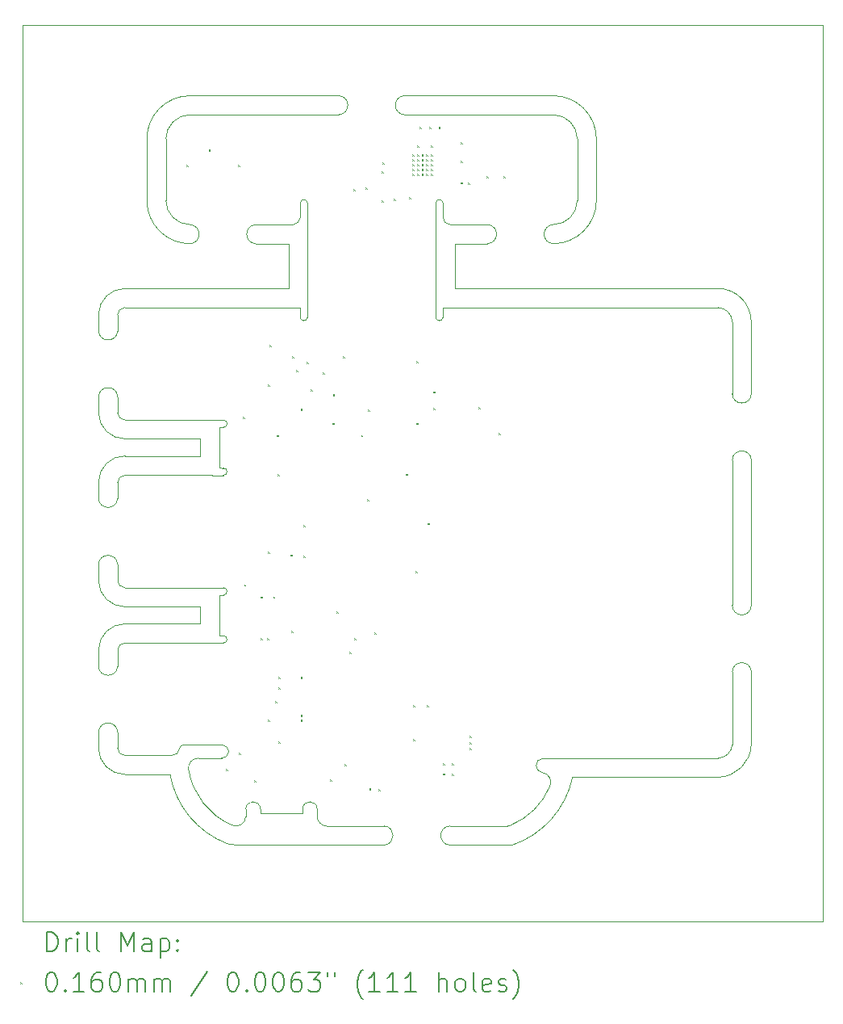
<source format=gbr>
%TF.GenerationSoftware,KiCad,Pcbnew,8.0.2*%
%TF.CreationDate,2024-09-08T21:35:49-05:00*%
%TF.ProjectId,PM1C_Rev_1_2,504d3143-5f52-4657-965f-315f322e6b69,1*%
%TF.SameCoordinates,PX297003ePY8770cd2*%
%TF.FileFunction,Drillmap*%
%TF.FilePolarity,Positive*%
%FSLAX45Y45*%
G04 Gerber Fmt 4.5, Leading zero omitted, Abs format (unit mm)*
G04 Created by KiCad (PCBNEW 8.0.2) date 2024-09-08 21:35:49*
%MOMM*%
%LPD*%
G01*
G04 APERTURE LIST*
%ADD10C,0.050000*%
%ADD11C,0.200000*%
%ADD12C,0.100000*%
G04 APERTURE END LIST*
D10*
X4009706Y8456956D02*
G75*
G02*
X4010127Y8656730I6571J99873D01*
G01*
X1696916Y1851797D02*
X2092457Y1851479D01*
X7451299Y1855148D02*
X7451299Y2619468D01*
X4415422Y6335486D02*
G75*
G02*
X4339222Y6335486I-38100J0D01*
G01*
X1307262Y8204388D02*
X1307358Y7554619D01*
X-43Y9399979D02*
X8399957Y9399979D01*
X8399957Y-21D01*
X-43Y-21D01*
X-43Y9399979D01*
X2916820Y7529854D02*
G75*
G02*
X2993020Y7529854I38100J0D01*
G01*
X999858Y6189978D02*
G75*
G02*
X799599Y6191485I-100091J5911D01*
G01*
X799986Y3738974D02*
G75*
G02*
X1000074Y3742414I100096J-1285D01*
G01*
X2245477Y800264D02*
G75*
G02*
X2155679Y812856I-3740J299815D01*
G01*
X2204555Y1007820D02*
G75*
G02*
X1744683Y1593732I293102J703480D01*
G01*
X2793187Y6636154D02*
X2793283Y7104836D01*
X7651176Y3318797D02*
G75*
G02*
X7451262Y3320089I-99999J-5867D01*
G01*
X799986Y2850461D02*
G75*
G02*
X1078675Y3119543I276211J-7212D01*
G01*
X5824962Y7558971D02*
X5825124Y8202955D01*
X1865390Y5059220D02*
X1865390Y4880216D01*
X4339222Y7529854D02*
G75*
G02*
X4415422Y7529854I38100J0D01*
G01*
X2109728Y3498509D02*
G75*
G02*
X2109728Y3422070I769J-38219D01*
G01*
X5142444Y800461D02*
X4492170Y800461D01*
X1507118Y8202955D02*
X1507214Y7558843D01*
X2345320Y1101480D02*
G75*
G02*
X2204554Y1007817I-101563J29D01*
G01*
X5573408Y8656730D02*
G75*
G02*
X6024981Y8204417I-2171J-453741D01*
G01*
X5573408Y8656730D02*
X4010127Y8656730D01*
X7451169Y6283086D02*
X7451169Y5531874D01*
X2942220Y1177680D02*
G75*
G02*
X3094620Y1177680I76200J0D01*
G01*
X1000074Y2842906D02*
X1000074Y2675173D01*
X1865347Y3298542D02*
X1865347Y3119538D01*
X2155679Y812855D02*
G75*
G02*
X1550548Y1540413I337998J896554D01*
G01*
X1000074Y4601096D02*
G75*
G02*
X1076274Y4677292I76203J-7D01*
G01*
X4539055Y6636182D02*
X7300975Y6636182D01*
X1758834Y8656702D02*
X3322115Y8656702D01*
X2993020Y6335486D02*
G75*
G02*
X2916820Y6335486I-38100J0D01*
G01*
X799986Y3567126D02*
X799986Y3738974D01*
X2449227Y7304870D02*
X2840716Y7304842D01*
X4009706Y8456956D02*
X5571123Y8456956D01*
X2109730Y2995409D02*
X2065730Y2995500D01*
X6024818Y7554775D02*
G75*
G02*
X5572415Y7104991I-454011J4244D01*
G01*
X1076500Y5256500D02*
X1989589Y5256428D01*
X2168877Y1780399D02*
G75*
G02*
X2089957Y1709974I-76130J5881D01*
G01*
X2065728Y3421969D02*
X2065691Y2995485D01*
X2916916Y7381042D02*
G75*
G02*
X2840716Y7304840I-76209J8D01*
G01*
X7298769Y6435486D02*
G75*
G02*
X7451174Y6283086I8J-152397D01*
G01*
X2109959Y4676971D02*
X1989591Y4677062D01*
X3798164Y800264D02*
X2245477Y800264D01*
X2916820Y6335486D02*
X2916820Y6435486D01*
X1761215Y7304842D02*
G75*
G02*
X1507219Y7558843I2J253998D01*
G01*
X1000074Y1816491D02*
X1000074Y1981804D01*
X2109730Y2995409D02*
G75*
G02*
X2109730Y2918970I777J-38220D01*
G01*
X1076271Y3498489D02*
X1989360Y3498417D01*
X1865347Y3119538D02*
X1078675Y3119538D01*
X3196221Y999984D02*
G75*
G02*
X3094622Y1101584I16J101615D01*
G01*
X799599Y6363333D02*
G75*
G02*
X1078885Y6636149I278658J-5904D01*
G01*
X7651176Y3318797D02*
X7651176Y4835700D01*
X1865390Y5059220D02*
X1078717Y5059220D01*
X4339222Y6335486D02*
X4339222Y7529854D01*
X1865390Y4880216D02*
X1078717Y4880216D01*
X2942220Y1135984D02*
X2942220Y1177680D01*
X5463321Y1710827D02*
X5469523Y1711080D01*
X5469523Y1711081D02*
X7298769Y1711081D01*
X7451266Y3320089D02*
X7451266Y4836992D01*
X1076500Y5256500D02*
G75*
G02*
X999998Y5333000I-53J76449D01*
G01*
X1000074Y2842906D02*
G75*
G02*
X1076274Y2919102I76203J-7D01*
G01*
X4490412Y1000098D02*
X5088774Y1000098D01*
X1000500Y5496500D02*
X1000000Y5333000D01*
X2793283Y7104836D02*
X2448806Y7105096D01*
X3094620Y1177680D02*
X3094620Y1101584D01*
X1989490Y2919285D02*
X1076045Y2919285D01*
X5119940Y1005167D02*
G75*
G02*
X5088774Y999983I-28313J73943D01*
G01*
X4539055Y6636182D02*
X4538893Y7104993D01*
X4882949Y7304941D02*
G75*
G02*
X4883370Y7105164I-6152J-99902D01*
G01*
X7302216Y1511511D02*
X5775190Y1511511D01*
X4415422Y7529854D02*
X4415260Y7381170D01*
X1647256Y1807619D02*
G75*
G02*
X1696916Y1851799I49651J-5809D01*
G01*
X7451299Y2619468D02*
G75*
G02*
X7650611Y2619818I99668J-6669D01*
G01*
X1076274Y3498481D02*
G75*
G02*
X1000079Y3574681I-7J76188D01*
G01*
X2109728Y3498509D02*
X1989360Y3498417D01*
X2345320Y1177680D02*
G75*
G02*
X2497720Y1177680I76200J0D01*
G01*
X2109957Y5180071D02*
X2065957Y5179979D01*
X3196221Y999984D02*
X3799351Y999984D01*
X4538893Y7104993D02*
X4883370Y7105167D01*
X999858Y6189978D02*
X999858Y6358266D01*
X800029Y5499652D02*
G75*
G02*
X1000494Y5496500I100188J-4402D01*
G01*
X1000074Y3574681D02*
X1000074Y3742414D01*
X1865347Y3298542D02*
X1078675Y3298542D01*
X7451299Y1855148D02*
G75*
G02*
X7298769Y1711078I-152542J8722D01*
G01*
X2793187Y6636154D02*
X1078885Y6636154D01*
X999858Y6358266D02*
G75*
G02*
X1076274Y6435483I76419J793D01*
G01*
X3799351Y999984D02*
G75*
G02*
X3798164Y800264I-8234J-99815D01*
G01*
X2916820Y6435486D02*
X1076274Y6435486D01*
X2448806Y7105096D02*
G75*
G02*
X2449227Y7304870I6571J99874D01*
G01*
X1761215Y7304842D02*
G75*
G02*
X1759761Y7104838I-6158J-99962D01*
G01*
X7451266Y4836992D02*
G75*
G02*
X7651178Y4835700I99931J-4533D01*
G01*
X799982Y1982425D02*
G75*
G02*
X1000071Y1981804I100035J-3266D01*
G01*
X4415422Y6435486D02*
X4415422Y6335486D01*
X799986Y2850461D02*
X799986Y2678613D01*
X5458944Y1559418D02*
G75*
G02*
X5538730Y1419991I-14097J-100609D01*
G01*
X2993020Y7529854D02*
X2993020Y6335486D01*
X2065957Y5179979D02*
X2065920Y4753496D01*
X4491460Y7304970D02*
X4882949Y7304941D01*
X2109959Y4753420D02*
G75*
G02*
X2109959Y4676979I778J-38220D01*
G01*
X7298769Y6435486D02*
X4415422Y6435486D01*
X2092457Y1851479D02*
G75*
G02*
X2168881Y1780399I-330J-76980D01*
G01*
X5571123Y8456956D02*
G75*
G02*
X5825124Y8202955I-16J-254017D01*
G01*
X2109730Y2918960D02*
X1989362Y2919052D01*
X1000116Y4435851D02*
G75*
G02*
X800028Y4439291I-99993J4735D01*
G01*
X2109957Y5256519D02*
G75*
G02*
X2109957Y5180079I770J-38220D01*
G01*
X800029Y4611139D02*
X800029Y4439291D01*
X5538732Y1419991D02*
G75*
G02*
X5119939Y1005169I-702525J290439D01*
G01*
X1078675Y3298542D02*
G75*
G02*
X799987Y3567126I-2988J275777D01*
G01*
X800029Y4611139D02*
G75*
G02*
X1078717Y4880221I276208J-7210D01*
G01*
X1507118Y8202955D02*
G75*
G02*
X1761119Y8456958I253989J14D01*
G01*
X2497720Y1177680D02*
X2497720Y1135984D01*
X2497720Y1135984D02*
X2942220Y1135984D01*
X2109957Y5256519D02*
X1989589Y5256428D01*
X2109728Y3422060D02*
X2065728Y3421969D01*
X1075846Y1540413D02*
G75*
G02*
X799981Y1817113I411J276276D01*
G01*
X7650683Y6285306D02*
X7651290Y5534094D01*
X2916916Y7381042D02*
X2916820Y7529854D01*
X1744682Y1593732D02*
G75*
G02*
X1844957Y1709972I99535J15507D01*
G01*
X1076274Y1740291D02*
G75*
G02*
X1000079Y1816491I-7J76188D01*
G01*
X800029Y5327804D02*
X800029Y5499652D01*
X1759761Y7104836D02*
G75*
G02*
X1307361Y7554619I1596J454013D01*
G01*
X5824962Y7558971D02*
G75*
G02*
X5570961Y7304974I-253985J-12D01*
G01*
X4492170Y800461D02*
G75*
G02*
X4490412Y1000098I227J99828D01*
G01*
X799982Y1817113D02*
X799982Y1982425D01*
X3322536Y8456927D02*
X1761119Y8456927D01*
X799599Y6363333D02*
X799599Y6191485D01*
X5572415Y7104993D02*
G75*
G02*
X5570961Y7304966I4702J100026D01*
G01*
X1307262Y8204388D02*
G75*
G02*
X1758834Y8656702I453750J-1433D01*
G01*
X1078717Y5059220D02*
G75*
G02*
X800025Y5327804I-3000J275769D01*
G01*
X4491460Y7304970D02*
G75*
G02*
X4415258Y7381170I-3J76199D01*
G01*
X2089957Y1709979D02*
X1844957Y1709979D01*
X7300975Y6636182D02*
G75*
G02*
X7650679Y6285306I-3408J-353103D01*
G01*
X1076274Y1740291D02*
X1571574Y1740291D01*
X1000074Y4601096D02*
X1000116Y4435851D01*
X6024980Y8204417D02*
X6024818Y7554775D01*
X1000074Y2675173D02*
G75*
G02*
X799987Y2678613I-99992J4726D01*
G01*
X3322115Y8656702D02*
G75*
G02*
X3322536Y8456924I-6158J-99902D01*
G01*
X1550549Y1540413D02*
X1075846Y1540413D01*
X7650603Y1855498D02*
X7650603Y2619818D01*
X2345320Y1101480D02*
X2345320Y1177680D01*
X1647256Y1807619D02*
G75*
G02*
X1571574Y1740293I-75679J8871D01*
G01*
X5775190Y1511511D02*
G75*
G02*
X5142444Y800461I-940919J200243D01*
G01*
X5458944Y1559418D02*
G75*
G02*
X5463321Y1710825I10564J75461D01*
G01*
X7650667Y1855496D02*
G75*
G02*
X7302216Y1511516I-351900J7993D01*
G01*
X2109959Y4753420D02*
X2065959Y4753511D01*
X7651290Y5534094D02*
G75*
G02*
X7451165Y5531874I-100074J-125D01*
G01*
X1989719Y4677296D02*
X1076274Y4677296D01*
D11*
D12*
X1719694Y7932027D02*
X1735694Y7916027D01*
X1735694Y7932027D02*
X1719694Y7916027D01*
X1954960Y8094470D02*
X1970960Y8078470D01*
X1970960Y8094470D02*
X1954960Y8078470D01*
X2139720Y1598035D02*
X2155720Y1582035D01*
X2155720Y1598035D02*
X2139720Y1582035D01*
X2261960Y7934470D02*
X2277960Y7918470D01*
X2277960Y7934470D02*
X2261960Y7918470D01*
X2274720Y1771635D02*
X2290720Y1755635D01*
X2290720Y1771635D02*
X2274720Y1755635D01*
X2317957Y5293479D02*
X2333957Y5277479D01*
X2333957Y5293479D02*
X2317957Y5277479D01*
X2326957Y3533979D02*
X2342957Y3517979D01*
X2342957Y3533979D02*
X2326957Y3517979D01*
X2429720Y1478035D02*
X2445720Y1462035D01*
X2445720Y1478035D02*
X2429720Y1462035D01*
X2502220Y3407035D02*
X2518220Y3391035D01*
X2518220Y3407035D02*
X2502220Y3391035D01*
X2502220Y2967035D02*
X2518220Y2951035D01*
X2518220Y2967035D02*
X2502220Y2951035D01*
X2567221Y2967035D02*
X2583221Y2951035D01*
X2583221Y2967035D02*
X2567221Y2951035D01*
X2574720Y5632035D02*
X2590720Y5616035D01*
X2590720Y5632035D02*
X2574720Y5616035D01*
X2574720Y3874335D02*
X2590720Y3858335D01*
X2590720Y3874335D02*
X2574720Y3858335D01*
X2574720Y2114135D02*
X2590720Y2098135D01*
X2590720Y2114135D02*
X2574720Y2098135D01*
X2592720Y6044535D02*
X2608720Y6028535D01*
X2608720Y6044535D02*
X2592720Y6028535D01*
X2632220Y3407035D02*
X2648220Y3391035D01*
X2648220Y3407035D02*
X2632220Y3391035D01*
X2650000Y2308500D02*
X2666000Y2292500D01*
X2666000Y2308500D02*
X2650000Y2292500D01*
X2673151Y5100535D02*
X2689151Y5084535D01*
X2689151Y5100535D02*
X2673151Y5084535D01*
X2679720Y4692035D02*
X2695720Y4676035D01*
X2695720Y4692035D02*
X2679720Y4676035D01*
X2683957Y2565979D02*
X2699957Y2549979D01*
X2699957Y2565979D02*
X2683957Y2549979D01*
X2683957Y2454979D02*
X2699957Y2438979D01*
X2699957Y2454979D02*
X2683957Y2438979D01*
X2689957Y1883979D02*
X2705957Y1867979D01*
X2705957Y1883979D02*
X2689957Y1867979D01*
X2817220Y3847035D02*
X2833220Y3831035D01*
X2833220Y3847035D02*
X2817220Y3831035D01*
X2819720Y3047035D02*
X2835720Y3031035D01*
X2835720Y3047035D02*
X2819720Y3031035D01*
X2834720Y5922035D02*
X2850720Y5906035D01*
X2850720Y5922035D02*
X2834720Y5906035D01*
X2874720Y5779535D02*
X2890720Y5763535D01*
X2890720Y5779535D02*
X2874720Y5763535D01*
X2919720Y5372035D02*
X2935720Y5356035D01*
X2935720Y5372035D02*
X2919720Y5356035D01*
X2919720Y2564535D02*
X2935720Y2548535D01*
X2935720Y2564535D02*
X2919720Y2548535D01*
X2919720Y2164535D02*
X2935720Y2148535D01*
X2935720Y2164535D02*
X2919720Y2148535D01*
X2919720Y2114535D02*
X2935720Y2098535D01*
X2935720Y2114535D02*
X2919720Y2098535D01*
X2947220Y4157035D02*
X2963220Y4141035D01*
X2963220Y4157035D02*
X2947220Y4141035D01*
X2947220Y3837035D02*
X2963220Y3821035D01*
X2963220Y3837035D02*
X2947220Y3821035D01*
X2984720Y5864535D02*
X3000720Y5848535D01*
X3000720Y5864535D02*
X2984720Y5848535D01*
X3023816Y5579535D02*
X3039816Y5563535D01*
X3039816Y5579535D02*
X3023816Y5563535D01*
X3154720Y5759535D02*
X3170720Y5743535D01*
X3170720Y5759535D02*
X3154720Y5743535D01*
X3229720Y1488984D02*
X3245720Y1472984D01*
X3245720Y1488984D02*
X3229720Y1472984D01*
X3253151Y5227535D02*
X3269151Y5211535D01*
X3269151Y5227535D02*
X3253151Y5211535D01*
X3258816Y5527035D02*
X3274816Y5511035D01*
X3274816Y5527035D02*
X3258816Y5511035D01*
X3297212Y3247043D02*
X3313212Y3231043D01*
X3313212Y3247043D02*
X3297212Y3231043D01*
X3362220Y5927035D02*
X3378220Y5911035D01*
X3378220Y5927035D02*
X3362220Y5911035D01*
X3384720Y1649535D02*
X3400720Y1633535D01*
X3400720Y1649535D02*
X3384720Y1633535D01*
X3434720Y2829535D02*
X3450720Y2813535D01*
X3450720Y2829535D02*
X3434720Y2813535D01*
X3474720Y7677035D02*
X3490720Y7661035D01*
X3490720Y7677035D02*
X3474720Y7661035D01*
X3484720Y2969535D02*
X3500720Y2953535D01*
X3500720Y2969535D02*
X3484720Y2953535D01*
X3554720Y5100035D02*
X3570720Y5084035D01*
X3570720Y5100035D02*
X3554720Y5084035D01*
X3599720Y7692035D02*
X3615720Y7676035D01*
X3615720Y7692035D02*
X3599720Y7676035D01*
X3617212Y4427043D02*
X3633212Y4411043D01*
X3633212Y4427043D02*
X3617212Y4411043D01*
X3623789Y5364536D02*
X3639789Y5348536D01*
X3639789Y5364536D02*
X3623789Y5348536D01*
X3639720Y1398035D02*
X3655720Y1382035D01*
X3655720Y1398035D02*
X3639720Y1382035D01*
X3697220Y3029535D02*
X3713220Y3013535D01*
X3713220Y3029535D02*
X3697220Y3013535D01*
X3734720Y1388035D02*
X3750720Y1372035D01*
X3750720Y1388035D02*
X3734720Y1372035D01*
X3767642Y7861728D02*
X3783642Y7845728D01*
X3783642Y7861728D02*
X3767642Y7845728D01*
X3769720Y7562035D02*
X3785720Y7546035D01*
X3785720Y7562035D02*
X3769720Y7546035D01*
X3782699Y7959545D02*
X3798699Y7943545D01*
X3798699Y7959545D02*
X3782699Y7943545D01*
X3894720Y7577035D02*
X3910720Y7561035D01*
X3910720Y7577035D02*
X3894720Y7561035D01*
X4023789Y4694035D02*
X4039789Y4678035D01*
X4039789Y4694035D02*
X4023789Y4678035D01*
X4056500Y7592000D02*
X4072500Y7576000D01*
X4072500Y7592000D02*
X4056500Y7576000D01*
X4089720Y8042048D02*
X4105720Y8026048D01*
X4105720Y8042048D02*
X4089720Y8026048D01*
X4089720Y7992047D02*
X4105720Y7976047D01*
X4105720Y7992047D02*
X4089720Y7976047D01*
X4089720Y7942048D02*
X4105720Y7926048D01*
X4105720Y7942048D02*
X4089720Y7926048D01*
X4089720Y7892047D02*
X4105720Y7876047D01*
X4105720Y7892047D02*
X4089720Y7876047D01*
X4089720Y7842048D02*
X4105720Y7826048D01*
X4105720Y7842048D02*
X4089720Y7826048D01*
X4099720Y2264535D02*
X4115720Y2248535D01*
X4115720Y2264535D02*
X4099720Y2248535D01*
X4099720Y1914535D02*
X4115720Y1898535D01*
X4115720Y1914535D02*
X4099720Y1898535D01*
X4127221Y3677035D02*
X4143221Y3661035D01*
X4143221Y3677035D02*
X4127221Y3661035D01*
X4134720Y5872535D02*
X4150720Y5856535D01*
X4150720Y5872535D02*
X4134720Y5856535D01*
X4134720Y5227035D02*
X4150720Y5211035D01*
X4150720Y5227035D02*
X4134720Y5211035D01*
X4139720Y8138548D02*
X4155720Y8122548D01*
X4155720Y8138548D02*
X4139720Y8122548D01*
X4139720Y8042048D02*
X4155720Y8026048D01*
X4155720Y8042048D02*
X4139720Y8026048D01*
X4139720Y7992047D02*
X4155720Y7976047D01*
X4155720Y7992047D02*
X4139720Y7976047D01*
X4139720Y7942048D02*
X4155720Y7926048D01*
X4155720Y7942048D02*
X4139720Y7926048D01*
X4139720Y7892047D02*
X4155720Y7876047D01*
X4155720Y7892047D02*
X4139720Y7876047D01*
X4139720Y7842048D02*
X4155720Y7826048D01*
X4155720Y7842048D02*
X4139720Y7826048D01*
X4169720Y8332035D02*
X4185720Y8316035D01*
X4185720Y8332035D02*
X4169720Y8316035D01*
X4189720Y8042048D02*
X4205720Y8026048D01*
X4205720Y8042048D02*
X4189720Y8026048D01*
X4189720Y7992047D02*
X4205720Y7976047D01*
X4205720Y7992047D02*
X4189720Y7976047D01*
X4189720Y7942048D02*
X4205720Y7926048D01*
X4205720Y7942048D02*
X4189720Y7926048D01*
X4189720Y7892047D02*
X4205720Y7876047D01*
X4205720Y7892047D02*
X4189720Y7876047D01*
X4189720Y7842048D02*
X4205720Y7826048D01*
X4205720Y7842048D02*
X4189720Y7826048D01*
X4239720Y8042048D02*
X4255720Y8026048D01*
X4255720Y8042048D02*
X4239720Y8026048D01*
X4239720Y7992047D02*
X4255720Y7976047D01*
X4255720Y7992047D02*
X4239720Y7976047D01*
X4239720Y7942048D02*
X4255720Y7926048D01*
X4255720Y7942048D02*
X4239720Y7926048D01*
X4239720Y7892047D02*
X4255720Y7876047D01*
X4255720Y7892047D02*
X4239720Y7876047D01*
X4239720Y7842048D02*
X4255720Y7826048D01*
X4255720Y7842048D02*
X4239720Y7826048D01*
X4244720Y2264535D02*
X4260720Y2248535D01*
X4260720Y2264535D02*
X4244720Y2248535D01*
X4257221Y4177035D02*
X4273221Y4161035D01*
X4273221Y4177035D02*
X4257221Y4161035D01*
X4269720Y8332035D02*
X4285720Y8316035D01*
X4285720Y8332035D02*
X4269720Y8316035D01*
X4289720Y8138548D02*
X4305720Y8122548D01*
X4305720Y8138548D02*
X4289720Y8122548D01*
X4289720Y8042048D02*
X4305720Y8026048D01*
X4305720Y8042048D02*
X4289720Y8026048D01*
X4289720Y7992047D02*
X4305720Y7976047D01*
X4305720Y7992047D02*
X4289720Y7976047D01*
X4289720Y7942048D02*
X4305720Y7926048D01*
X4305720Y7942048D02*
X4289720Y7926048D01*
X4289720Y7892047D02*
X4305720Y7876047D01*
X4305720Y7892047D02*
X4289720Y7876047D01*
X4289720Y7842048D02*
X4305720Y7826048D01*
X4305720Y7842048D02*
X4289720Y7826048D01*
X4309720Y5557035D02*
X4325720Y5541035D01*
X4325720Y5557035D02*
X4309720Y5541035D01*
X4309720Y5387035D02*
X4325720Y5371035D01*
X4325720Y5387035D02*
X4309720Y5371035D01*
X4368018Y8332035D02*
X4384018Y8316035D01*
X4384018Y8332035D02*
X4368018Y8316035D01*
X4416219Y1658034D02*
X4432219Y1642034D01*
X4432219Y1658034D02*
X4416219Y1642034D01*
X4416230Y1553035D02*
X4432230Y1537035D01*
X4432230Y1553035D02*
X4416230Y1537035D01*
X4510997Y1657927D02*
X4526997Y1641927D01*
X4526997Y1657927D02*
X4510997Y1641927D01*
X4510997Y1550427D02*
X4526997Y1534427D01*
X4526997Y1550427D02*
X4510997Y1534427D01*
X4597220Y8172035D02*
X4613220Y8156035D01*
X4613220Y8172035D02*
X4597220Y8156035D01*
X4597220Y7750535D02*
X4613220Y7734535D01*
X4613220Y7750535D02*
X4597220Y7734535D01*
X4597500Y7977000D02*
X4613500Y7961000D01*
X4613500Y7977000D02*
X4597500Y7961000D01*
X4679720Y7747000D02*
X4695720Y7731000D01*
X4695720Y7747000D02*
X4679720Y7731000D01*
X4697220Y1948035D02*
X4713220Y1932035D01*
X4713220Y1948035D02*
X4697220Y1932035D01*
X4697220Y1881995D02*
X4713220Y1865995D01*
X4713220Y1881995D02*
X4697220Y1865995D01*
X4697220Y1818035D02*
X4713220Y1802035D01*
X4713220Y1818035D02*
X4697220Y1802035D01*
X4789720Y5392035D02*
X4805720Y5376035D01*
X4805720Y5392035D02*
X4789720Y5376035D01*
X4869720Y7814742D02*
X4885720Y7798742D01*
X4885720Y7814742D02*
X4869720Y7798742D01*
X5002220Y5119535D02*
X5018220Y5103535D01*
X5018220Y5119535D02*
X5002220Y5103535D01*
X5052220Y7814742D02*
X5068220Y7798742D01*
X5068220Y7814742D02*
X5052220Y7798742D01*
D11*
X258234Y-314004D02*
X258234Y-114004D01*
X258234Y-114004D02*
X305853Y-114004D01*
X305853Y-114004D02*
X334424Y-123528D01*
X334424Y-123528D02*
X353472Y-142576D01*
X353472Y-142576D02*
X362996Y-161623D01*
X362996Y-161623D02*
X372519Y-199719D01*
X372519Y-199719D02*
X372519Y-228290D01*
X372519Y-228290D02*
X362996Y-266385D01*
X362996Y-266385D02*
X353472Y-285433D01*
X353472Y-285433D02*
X334424Y-304481D01*
X334424Y-304481D02*
X305853Y-314004D01*
X305853Y-314004D02*
X258234Y-314004D01*
X458234Y-314004D02*
X458234Y-180671D01*
X458234Y-218766D02*
X467758Y-199719D01*
X467758Y-199719D02*
X477281Y-190195D01*
X477281Y-190195D02*
X496329Y-180671D01*
X496329Y-180671D02*
X515377Y-180671D01*
X582043Y-314004D02*
X582043Y-180671D01*
X582043Y-114004D02*
X572520Y-123528D01*
X572520Y-123528D02*
X582043Y-133052D01*
X582043Y-133052D02*
X591567Y-123528D01*
X591567Y-123528D02*
X582043Y-114004D01*
X582043Y-114004D02*
X582043Y-133052D01*
X705853Y-314004D02*
X686805Y-304481D01*
X686805Y-304481D02*
X677281Y-285433D01*
X677281Y-285433D02*
X677281Y-114004D01*
X810615Y-314004D02*
X791567Y-304481D01*
X791567Y-304481D02*
X782043Y-285433D01*
X782043Y-285433D02*
X782043Y-114004D01*
X1039186Y-314004D02*
X1039186Y-114004D01*
X1039186Y-114004D02*
X1105853Y-256861D01*
X1105853Y-256861D02*
X1172520Y-114004D01*
X1172520Y-114004D02*
X1172520Y-314004D01*
X1353472Y-314004D02*
X1353472Y-209242D01*
X1353472Y-209242D02*
X1343948Y-190195D01*
X1343948Y-190195D02*
X1324901Y-180671D01*
X1324901Y-180671D02*
X1286805Y-180671D01*
X1286805Y-180671D02*
X1267758Y-190195D01*
X1353472Y-304481D02*
X1334424Y-314004D01*
X1334424Y-314004D02*
X1286805Y-314004D01*
X1286805Y-314004D02*
X1267758Y-304481D01*
X1267758Y-304481D02*
X1258234Y-285433D01*
X1258234Y-285433D02*
X1258234Y-266385D01*
X1258234Y-266385D02*
X1267758Y-247338D01*
X1267758Y-247338D02*
X1286805Y-237814D01*
X1286805Y-237814D02*
X1334424Y-237814D01*
X1334424Y-237814D02*
X1353472Y-228290D01*
X1448710Y-180671D02*
X1448710Y-380671D01*
X1448710Y-190195D02*
X1467758Y-180671D01*
X1467758Y-180671D02*
X1505853Y-180671D01*
X1505853Y-180671D02*
X1524900Y-190195D01*
X1524900Y-190195D02*
X1534424Y-199719D01*
X1534424Y-199719D02*
X1543948Y-218766D01*
X1543948Y-218766D02*
X1543948Y-275909D01*
X1543948Y-275909D02*
X1534424Y-294957D01*
X1534424Y-294957D02*
X1524900Y-304481D01*
X1524900Y-304481D02*
X1505853Y-314004D01*
X1505853Y-314004D02*
X1467758Y-314004D01*
X1467758Y-314004D02*
X1448710Y-304481D01*
X1629662Y-294957D02*
X1639186Y-304481D01*
X1639186Y-304481D02*
X1629662Y-314004D01*
X1629662Y-314004D02*
X1620139Y-304481D01*
X1620139Y-304481D02*
X1629662Y-294957D01*
X1629662Y-294957D02*
X1629662Y-314004D01*
X1629662Y-190195D02*
X1639186Y-199719D01*
X1639186Y-199719D02*
X1629662Y-209242D01*
X1629662Y-209242D02*
X1620139Y-199719D01*
X1620139Y-199719D02*
X1629662Y-190195D01*
X1629662Y-190195D02*
X1629662Y-209242D01*
D12*
X-18543Y-634521D02*
X-2543Y-650521D01*
X-2543Y-634521D02*
X-18543Y-650521D01*
D11*
X296329Y-534004D02*
X315377Y-534004D01*
X315377Y-534004D02*
X334424Y-543528D01*
X334424Y-543528D02*
X343948Y-553052D01*
X343948Y-553052D02*
X353472Y-572100D01*
X353472Y-572100D02*
X362996Y-610195D01*
X362996Y-610195D02*
X362996Y-657814D01*
X362996Y-657814D02*
X353472Y-695909D01*
X353472Y-695909D02*
X343948Y-714957D01*
X343948Y-714957D02*
X334424Y-724481D01*
X334424Y-724481D02*
X315377Y-734004D01*
X315377Y-734004D02*
X296329Y-734004D01*
X296329Y-734004D02*
X277281Y-724481D01*
X277281Y-724481D02*
X267758Y-714957D01*
X267758Y-714957D02*
X258234Y-695909D01*
X258234Y-695909D02*
X248710Y-657814D01*
X248710Y-657814D02*
X248710Y-610195D01*
X248710Y-610195D02*
X258234Y-572100D01*
X258234Y-572100D02*
X267758Y-553052D01*
X267758Y-553052D02*
X277281Y-543528D01*
X277281Y-543528D02*
X296329Y-534004D01*
X448710Y-714957D02*
X458234Y-724481D01*
X458234Y-724481D02*
X448710Y-734004D01*
X448710Y-734004D02*
X439186Y-724481D01*
X439186Y-724481D02*
X448710Y-714957D01*
X448710Y-714957D02*
X448710Y-734004D01*
X648710Y-734004D02*
X534424Y-734004D01*
X591567Y-734004D02*
X591567Y-534004D01*
X591567Y-534004D02*
X572520Y-562576D01*
X572520Y-562576D02*
X553472Y-581623D01*
X553472Y-581623D02*
X534424Y-591147D01*
X820139Y-534004D02*
X782043Y-534004D01*
X782043Y-534004D02*
X762996Y-543528D01*
X762996Y-543528D02*
X753472Y-553052D01*
X753472Y-553052D02*
X734424Y-581623D01*
X734424Y-581623D02*
X724900Y-619719D01*
X724900Y-619719D02*
X724900Y-695909D01*
X724900Y-695909D02*
X734424Y-714957D01*
X734424Y-714957D02*
X743948Y-724481D01*
X743948Y-724481D02*
X762996Y-734004D01*
X762996Y-734004D02*
X801091Y-734004D01*
X801091Y-734004D02*
X820139Y-724481D01*
X820139Y-724481D02*
X829662Y-714957D01*
X829662Y-714957D02*
X839186Y-695909D01*
X839186Y-695909D02*
X839186Y-648290D01*
X839186Y-648290D02*
X829662Y-629243D01*
X829662Y-629243D02*
X820139Y-619719D01*
X820139Y-619719D02*
X801091Y-610195D01*
X801091Y-610195D02*
X762996Y-610195D01*
X762996Y-610195D02*
X743948Y-619719D01*
X743948Y-619719D02*
X734424Y-629243D01*
X734424Y-629243D02*
X724900Y-648290D01*
X962996Y-534004D02*
X982043Y-534004D01*
X982043Y-534004D02*
X1001091Y-543528D01*
X1001091Y-543528D02*
X1010615Y-553052D01*
X1010615Y-553052D02*
X1020139Y-572100D01*
X1020139Y-572100D02*
X1029662Y-610195D01*
X1029662Y-610195D02*
X1029662Y-657814D01*
X1029662Y-657814D02*
X1020139Y-695909D01*
X1020139Y-695909D02*
X1010615Y-714957D01*
X1010615Y-714957D02*
X1001091Y-724481D01*
X1001091Y-724481D02*
X982043Y-734004D01*
X982043Y-734004D02*
X962996Y-734004D01*
X962996Y-734004D02*
X943948Y-724481D01*
X943948Y-724481D02*
X934424Y-714957D01*
X934424Y-714957D02*
X924900Y-695909D01*
X924900Y-695909D02*
X915377Y-657814D01*
X915377Y-657814D02*
X915377Y-610195D01*
X915377Y-610195D02*
X924900Y-572100D01*
X924900Y-572100D02*
X934424Y-553052D01*
X934424Y-553052D02*
X943948Y-543528D01*
X943948Y-543528D02*
X962996Y-534004D01*
X1115377Y-734004D02*
X1115377Y-600671D01*
X1115377Y-619719D02*
X1124901Y-610195D01*
X1124901Y-610195D02*
X1143948Y-600671D01*
X1143948Y-600671D02*
X1172520Y-600671D01*
X1172520Y-600671D02*
X1191567Y-610195D01*
X1191567Y-610195D02*
X1201091Y-629243D01*
X1201091Y-629243D02*
X1201091Y-734004D01*
X1201091Y-629243D02*
X1210615Y-610195D01*
X1210615Y-610195D02*
X1229662Y-600671D01*
X1229662Y-600671D02*
X1258234Y-600671D01*
X1258234Y-600671D02*
X1277282Y-610195D01*
X1277282Y-610195D02*
X1286805Y-629243D01*
X1286805Y-629243D02*
X1286805Y-734004D01*
X1382043Y-734004D02*
X1382043Y-600671D01*
X1382043Y-619719D02*
X1391567Y-610195D01*
X1391567Y-610195D02*
X1410615Y-600671D01*
X1410615Y-600671D02*
X1439186Y-600671D01*
X1439186Y-600671D02*
X1458234Y-610195D01*
X1458234Y-610195D02*
X1467758Y-629243D01*
X1467758Y-629243D02*
X1467758Y-734004D01*
X1467758Y-629243D02*
X1477281Y-610195D01*
X1477281Y-610195D02*
X1496329Y-600671D01*
X1496329Y-600671D02*
X1524900Y-600671D01*
X1524900Y-600671D02*
X1543948Y-610195D01*
X1543948Y-610195D02*
X1553472Y-629243D01*
X1553472Y-629243D02*
X1553472Y-734004D01*
X1943948Y-524481D02*
X1772520Y-781623D01*
X2201091Y-534004D02*
X2220139Y-534004D01*
X2220139Y-534004D02*
X2239186Y-543528D01*
X2239186Y-543528D02*
X2248710Y-553052D01*
X2248710Y-553052D02*
X2258234Y-572100D01*
X2258234Y-572100D02*
X2267758Y-610195D01*
X2267758Y-610195D02*
X2267758Y-657814D01*
X2267758Y-657814D02*
X2258234Y-695909D01*
X2258234Y-695909D02*
X2248710Y-714957D01*
X2248710Y-714957D02*
X2239186Y-724481D01*
X2239186Y-724481D02*
X2220139Y-734004D01*
X2220139Y-734004D02*
X2201091Y-734004D01*
X2201091Y-734004D02*
X2182044Y-724481D01*
X2182044Y-724481D02*
X2172520Y-714957D01*
X2172520Y-714957D02*
X2162996Y-695909D01*
X2162996Y-695909D02*
X2153472Y-657814D01*
X2153472Y-657814D02*
X2153472Y-610195D01*
X2153472Y-610195D02*
X2162996Y-572100D01*
X2162996Y-572100D02*
X2172520Y-553052D01*
X2172520Y-553052D02*
X2182044Y-543528D01*
X2182044Y-543528D02*
X2201091Y-534004D01*
X2353472Y-714957D02*
X2362996Y-724481D01*
X2362996Y-724481D02*
X2353472Y-734004D01*
X2353472Y-734004D02*
X2343948Y-724481D01*
X2343948Y-724481D02*
X2353472Y-714957D01*
X2353472Y-714957D02*
X2353472Y-734004D01*
X2486805Y-534004D02*
X2505853Y-534004D01*
X2505853Y-534004D02*
X2524901Y-543528D01*
X2524901Y-543528D02*
X2534425Y-553052D01*
X2534425Y-553052D02*
X2543948Y-572100D01*
X2543948Y-572100D02*
X2553472Y-610195D01*
X2553472Y-610195D02*
X2553472Y-657814D01*
X2553472Y-657814D02*
X2543948Y-695909D01*
X2543948Y-695909D02*
X2534425Y-714957D01*
X2534425Y-714957D02*
X2524901Y-724481D01*
X2524901Y-724481D02*
X2505853Y-734004D01*
X2505853Y-734004D02*
X2486805Y-734004D01*
X2486805Y-734004D02*
X2467758Y-724481D01*
X2467758Y-724481D02*
X2458234Y-714957D01*
X2458234Y-714957D02*
X2448710Y-695909D01*
X2448710Y-695909D02*
X2439186Y-657814D01*
X2439186Y-657814D02*
X2439186Y-610195D01*
X2439186Y-610195D02*
X2448710Y-572100D01*
X2448710Y-572100D02*
X2458234Y-553052D01*
X2458234Y-553052D02*
X2467758Y-543528D01*
X2467758Y-543528D02*
X2486805Y-534004D01*
X2677282Y-534004D02*
X2696329Y-534004D01*
X2696329Y-534004D02*
X2715377Y-543528D01*
X2715377Y-543528D02*
X2724901Y-553052D01*
X2724901Y-553052D02*
X2734425Y-572100D01*
X2734425Y-572100D02*
X2743948Y-610195D01*
X2743948Y-610195D02*
X2743948Y-657814D01*
X2743948Y-657814D02*
X2734425Y-695909D01*
X2734425Y-695909D02*
X2724901Y-714957D01*
X2724901Y-714957D02*
X2715377Y-724481D01*
X2715377Y-724481D02*
X2696329Y-734004D01*
X2696329Y-734004D02*
X2677282Y-734004D01*
X2677282Y-734004D02*
X2658234Y-724481D01*
X2658234Y-724481D02*
X2648710Y-714957D01*
X2648710Y-714957D02*
X2639186Y-695909D01*
X2639186Y-695909D02*
X2629663Y-657814D01*
X2629663Y-657814D02*
X2629663Y-610195D01*
X2629663Y-610195D02*
X2639186Y-572100D01*
X2639186Y-572100D02*
X2648710Y-553052D01*
X2648710Y-553052D02*
X2658234Y-543528D01*
X2658234Y-543528D02*
X2677282Y-534004D01*
X2915377Y-534004D02*
X2877282Y-534004D01*
X2877282Y-534004D02*
X2858234Y-543528D01*
X2858234Y-543528D02*
X2848710Y-553052D01*
X2848710Y-553052D02*
X2829663Y-581623D01*
X2829663Y-581623D02*
X2820139Y-619719D01*
X2820139Y-619719D02*
X2820139Y-695909D01*
X2820139Y-695909D02*
X2829663Y-714957D01*
X2829663Y-714957D02*
X2839186Y-724481D01*
X2839186Y-724481D02*
X2858234Y-734004D01*
X2858234Y-734004D02*
X2896329Y-734004D01*
X2896329Y-734004D02*
X2915377Y-724481D01*
X2915377Y-724481D02*
X2924901Y-714957D01*
X2924901Y-714957D02*
X2934424Y-695909D01*
X2934424Y-695909D02*
X2934424Y-648290D01*
X2934424Y-648290D02*
X2924901Y-629243D01*
X2924901Y-629243D02*
X2915377Y-619719D01*
X2915377Y-619719D02*
X2896329Y-610195D01*
X2896329Y-610195D02*
X2858234Y-610195D01*
X2858234Y-610195D02*
X2839186Y-619719D01*
X2839186Y-619719D02*
X2829663Y-629243D01*
X2829663Y-629243D02*
X2820139Y-648290D01*
X3001091Y-534004D02*
X3124901Y-534004D01*
X3124901Y-534004D02*
X3058234Y-610195D01*
X3058234Y-610195D02*
X3086805Y-610195D01*
X3086805Y-610195D02*
X3105853Y-619719D01*
X3105853Y-619719D02*
X3115377Y-629243D01*
X3115377Y-629243D02*
X3124901Y-648290D01*
X3124901Y-648290D02*
X3124901Y-695909D01*
X3124901Y-695909D02*
X3115377Y-714957D01*
X3115377Y-714957D02*
X3105853Y-724481D01*
X3105853Y-724481D02*
X3086805Y-734004D01*
X3086805Y-734004D02*
X3029663Y-734004D01*
X3029663Y-734004D02*
X3010615Y-724481D01*
X3010615Y-724481D02*
X3001091Y-714957D01*
X3201091Y-534004D02*
X3201091Y-572100D01*
X3277282Y-534004D02*
X3277282Y-572100D01*
X3572520Y-810195D02*
X3562996Y-800671D01*
X3562996Y-800671D02*
X3543948Y-772100D01*
X3543948Y-772100D02*
X3534425Y-753052D01*
X3534425Y-753052D02*
X3524901Y-724481D01*
X3524901Y-724481D02*
X3515377Y-676862D01*
X3515377Y-676862D02*
X3515377Y-638766D01*
X3515377Y-638766D02*
X3524901Y-591147D01*
X3524901Y-591147D02*
X3534425Y-562576D01*
X3534425Y-562576D02*
X3543948Y-543528D01*
X3543948Y-543528D02*
X3562996Y-514957D01*
X3562996Y-514957D02*
X3572520Y-505433D01*
X3753472Y-734004D02*
X3639186Y-734004D01*
X3696329Y-734004D02*
X3696329Y-534004D01*
X3696329Y-534004D02*
X3677282Y-562576D01*
X3677282Y-562576D02*
X3658234Y-581623D01*
X3658234Y-581623D02*
X3639186Y-591147D01*
X3943948Y-734004D02*
X3829663Y-734004D01*
X3886805Y-734004D02*
X3886805Y-534004D01*
X3886805Y-534004D02*
X3867758Y-562576D01*
X3867758Y-562576D02*
X3848710Y-581623D01*
X3848710Y-581623D02*
X3829663Y-591147D01*
X4134425Y-734004D02*
X4020139Y-734004D01*
X4077282Y-734004D02*
X4077282Y-534004D01*
X4077282Y-534004D02*
X4058234Y-562576D01*
X4058234Y-562576D02*
X4039186Y-581623D01*
X4039186Y-581623D02*
X4020139Y-591147D01*
X4372520Y-734004D02*
X4372520Y-534004D01*
X4458234Y-734004D02*
X4458234Y-629243D01*
X4458234Y-629243D02*
X4448710Y-610195D01*
X4448710Y-610195D02*
X4429663Y-600671D01*
X4429663Y-600671D02*
X4401091Y-600671D01*
X4401091Y-600671D02*
X4382044Y-610195D01*
X4382044Y-610195D02*
X4372520Y-619719D01*
X4582044Y-734004D02*
X4562996Y-724481D01*
X4562996Y-724481D02*
X4553472Y-714957D01*
X4553472Y-714957D02*
X4543949Y-695909D01*
X4543949Y-695909D02*
X4543949Y-638766D01*
X4543949Y-638766D02*
X4553472Y-619719D01*
X4553472Y-619719D02*
X4562996Y-610195D01*
X4562996Y-610195D02*
X4582044Y-600671D01*
X4582044Y-600671D02*
X4610615Y-600671D01*
X4610615Y-600671D02*
X4629663Y-610195D01*
X4629663Y-610195D02*
X4639187Y-619719D01*
X4639187Y-619719D02*
X4648710Y-638766D01*
X4648710Y-638766D02*
X4648710Y-695909D01*
X4648710Y-695909D02*
X4639187Y-714957D01*
X4639187Y-714957D02*
X4629663Y-724481D01*
X4629663Y-724481D02*
X4610615Y-734004D01*
X4610615Y-734004D02*
X4582044Y-734004D01*
X4762996Y-734004D02*
X4743949Y-724481D01*
X4743949Y-724481D02*
X4734425Y-705433D01*
X4734425Y-705433D02*
X4734425Y-534004D01*
X4915377Y-724481D02*
X4896330Y-734004D01*
X4896330Y-734004D02*
X4858234Y-734004D01*
X4858234Y-734004D02*
X4839187Y-724481D01*
X4839187Y-724481D02*
X4829663Y-705433D01*
X4829663Y-705433D02*
X4829663Y-629243D01*
X4829663Y-629243D02*
X4839187Y-610195D01*
X4839187Y-610195D02*
X4858234Y-600671D01*
X4858234Y-600671D02*
X4896330Y-600671D01*
X4896330Y-600671D02*
X4915377Y-610195D01*
X4915377Y-610195D02*
X4924901Y-629243D01*
X4924901Y-629243D02*
X4924901Y-648290D01*
X4924901Y-648290D02*
X4829663Y-667338D01*
X5001091Y-724481D02*
X5020139Y-734004D01*
X5020139Y-734004D02*
X5058234Y-734004D01*
X5058234Y-734004D02*
X5077282Y-724481D01*
X5077282Y-724481D02*
X5086806Y-705433D01*
X5086806Y-705433D02*
X5086806Y-695909D01*
X5086806Y-695909D02*
X5077282Y-676862D01*
X5077282Y-676862D02*
X5058234Y-667338D01*
X5058234Y-667338D02*
X5029663Y-667338D01*
X5029663Y-667338D02*
X5010615Y-657814D01*
X5010615Y-657814D02*
X5001091Y-638766D01*
X5001091Y-638766D02*
X5001091Y-629243D01*
X5001091Y-629243D02*
X5010615Y-610195D01*
X5010615Y-610195D02*
X5029663Y-600671D01*
X5029663Y-600671D02*
X5058234Y-600671D01*
X5058234Y-600671D02*
X5077282Y-610195D01*
X5153472Y-810195D02*
X5162996Y-800671D01*
X5162996Y-800671D02*
X5182044Y-772100D01*
X5182044Y-772100D02*
X5191568Y-753052D01*
X5191568Y-753052D02*
X5201091Y-724481D01*
X5201091Y-724481D02*
X5210615Y-676862D01*
X5210615Y-676862D02*
X5210615Y-638766D01*
X5210615Y-638766D02*
X5201091Y-591147D01*
X5201091Y-591147D02*
X5191568Y-562576D01*
X5191568Y-562576D02*
X5182044Y-543528D01*
X5182044Y-543528D02*
X5162996Y-514957D01*
X5162996Y-514957D02*
X5153472Y-505433D01*
M02*

</source>
